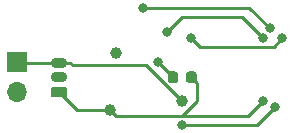
<source format=gbl>
G04 #@! TF.GenerationSoftware,KiCad,Pcbnew,(5.1.0-0)*
G04 #@! TF.CreationDate,2019-07-20T15:32:48+01:00*
G04 #@! TF.ProjectId,Li-ionCharger,4c692d69-6f6e-4436-9861-726765722e6b,rev?*
G04 #@! TF.SameCoordinates,Original*
G04 #@! TF.FileFunction,Copper,L2,Bot*
G04 #@! TF.FilePolarity,Positive*
%FSLAX46Y46*%
G04 Gerber Fmt 4.6, Leading zero omitted, Abs format (unit mm)*
G04 Created by KiCad (PCBNEW (5.1.0-0)) date 2019-07-20 15:32:48*
%MOMM*%
%LPD*%
G04 APERTURE LIST*
%ADD10R,1.700000X1.700000*%
%ADD11O,1.700000X1.700000*%
%ADD12C,0.100000*%
%ADD13C,0.875000*%
%ADD14C,1.000000*%
%ADD15C,0.900000*%
%ADD16O,1.400000X0.900000*%
%ADD17C,0.800000*%
%ADD18C,0.250000*%
G04 APERTURE END LIST*
D10*
X114808000Y-71882000D03*
D11*
X114808000Y-74422000D03*
D12*
G36*
X128230691Y-72678053D02*
G01*
X128251926Y-72681203D01*
X128272750Y-72686419D01*
X128292962Y-72693651D01*
X128312368Y-72702830D01*
X128330781Y-72713866D01*
X128348024Y-72726654D01*
X128363930Y-72741070D01*
X128378346Y-72756976D01*
X128391134Y-72774219D01*
X128402170Y-72792632D01*
X128411349Y-72812038D01*
X128418581Y-72832250D01*
X128423797Y-72853074D01*
X128426947Y-72874309D01*
X128428000Y-72895750D01*
X128428000Y-73408250D01*
X128426947Y-73429691D01*
X128423797Y-73450926D01*
X128418581Y-73471750D01*
X128411349Y-73491962D01*
X128402170Y-73511368D01*
X128391134Y-73529781D01*
X128378346Y-73547024D01*
X128363930Y-73562930D01*
X128348024Y-73577346D01*
X128330781Y-73590134D01*
X128312368Y-73601170D01*
X128292962Y-73610349D01*
X128272750Y-73617581D01*
X128251926Y-73622797D01*
X128230691Y-73625947D01*
X128209250Y-73627000D01*
X127771750Y-73627000D01*
X127750309Y-73625947D01*
X127729074Y-73622797D01*
X127708250Y-73617581D01*
X127688038Y-73610349D01*
X127668632Y-73601170D01*
X127650219Y-73590134D01*
X127632976Y-73577346D01*
X127617070Y-73562930D01*
X127602654Y-73547024D01*
X127589866Y-73529781D01*
X127578830Y-73511368D01*
X127569651Y-73491962D01*
X127562419Y-73471750D01*
X127557203Y-73450926D01*
X127554053Y-73429691D01*
X127553000Y-73408250D01*
X127553000Y-72895750D01*
X127554053Y-72874309D01*
X127557203Y-72853074D01*
X127562419Y-72832250D01*
X127569651Y-72812038D01*
X127578830Y-72792632D01*
X127589866Y-72774219D01*
X127602654Y-72756976D01*
X127617070Y-72741070D01*
X127632976Y-72726654D01*
X127650219Y-72713866D01*
X127668632Y-72702830D01*
X127688038Y-72693651D01*
X127708250Y-72686419D01*
X127729074Y-72681203D01*
X127750309Y-72678053D01*
X127771750Y-72677000D01*
X128209250Y-72677000D01*
X128230691Y-72678053D01*
X128230691Y-72678053D01*
G37*
D13*
X127990500Y-73152000D03*
D12*
G36*
X129805691Y-72678053D02*
G01*
X129826926Y-72681203D01*
X129847750Y-72686419D01*
X129867962Y-72693651D01*
X129887368Y-72702830D01*
X129905781Y-72713866D01*
X129923024Y-72726654D01*
X129938930Y-72741070D01*
X129953346Y-72756976D01*
X129966134Y-72774219D01*
X129977170Y-72792632D01*
X129986349Y-72812038D01*
X129993581Y-72832250D01*
X129998797Y-72853074D01*
X130001947Y-72874309D01*
X130003000Y-72895750D01*
X130003000Y-73408250D01*
X130001947Y-73429691D01*
X129998797Y-73450926D01*
X129993581Y-73471750D01*
X129986349Y-73491962D01*
X129977170Y-73511368D01*
X129966134Y-73529781D01*
X129953346Y-73547024D01*
X129938930Y-73562930D01*
X129923024Y-73577346D01*
X129905781Y-73590134D01*
X129887368Y-73601170D01*
X129867962Y-73610349D01*
X129847750Y-73617581D01*
X129826926Y-73622797D01*
X129805691Y-73625947D01*
X129784250Y-73627000D01*
X129346750Y-73627000D01*
X129325309Y-73625947D01*
X129304074Y-73622797D01*
X129283250Y-73617581D01*
X129263038Y-73610349D01*
X129243632Y-73601170D01*
X129225219Y-73590134D01*
X129207976Y-73577346D01*
X129192070Y-73562930D01*
X129177654Y-73547024D01*
X129164866Y-73529781D01*
X129153830Y-73511368D01*
X129144651Y-73491962D01*
X129137419Y-73471750D01*
X129132203Y-73450926D01*
X129129053Y-73429691D01*
X129128000Y-73408250D01*
X129128000Y-72895750D01*
X129129053Y-72874309D01*
X129132203Y-72853074D01*
X129137419Y-72832250D01*
X129144651Y-72812038D01*
X129153830Y-72792632D01*
X129164866Y-72774219D01*
X129177654Y-72756976D01*
X129192070Y-72741070D01*
X129207976Y-72726654D01*
X129225219Y-72713866D01*
X129243632Y-72702830D01*
X129263038Y-72693651D01*
X129283250Y-72686419D01*
X129304074Y-72681203D01*
X129325309Y-72678053D01*
X129346750Y-72677000D01*
X129784250Y-72677000D01*
X129805691Y-72678053D01*
X129805691Y-72678053D01*
G37*
D13*
X129565500Y-73152000D03*
D14*
X122682000Y-75946000D03*
X123190000Y-71120000D03*
X128778000Y-75184000D03*
D12*
G36*
X118861054Y-73973083D02*
G01*
X118882895Y-73976323D01*
X118904314Y-73981688D01*
X118925104Y-73989127D01*
X118945064Y-73998568D01*
X118964003Y-74009919D01*
X118981738Y-74023073D01*
X118998099Y-74037901D01*
X119012927Y-74054262D01*
X119026081Y-74071997D01*
X119037432Y-74090936D01*
X119046873Y-74110896D01*
X119054312Y-74131686D01*
X119059677Y-74153105D01*
X119062917Y-74174946D01*
X119064000Y-74197000D01*
X119064000Y-74647000D01*
X119062917Y-74669054D01*
X119059677Y-74690895D01*
X119054312Y-74712314D01*
X119046873Y-74733104D01*
X119037432Y-74753064D01*
X119026081Y-74772003D01*
X119012927Y-74789738D01*
X118998099Y-74806099D01*
X118981738Y-74820927D01*
X118964003Y-74834081D01*
X118945064Y-74845432D01*
X118925104Y-74854873D01*
X118904314Y-74862312D01*
X118882895Y-74867677D01*
X118861054Y-74870917D01*
X118839000Y-74872000D01*
X117889000Y-74872000D01*
X117866946Y-74870917D01*
X117845105Y-74867677D01*
X117823686Y-74862312D01*
X117802896Y-74854873D01*
X117782936Y-74845432D01*
X117763997Y-74834081D01*
X117746262Y-74820927D01*
X117729901Y-74806099D01*
X117715073Y-74789738D01*
X117701919Y-74772003D01*
X117690568Y-74753064D01*
X117681127Y-74733104D01*
X117673688Y-74712314D01*
X117668323Y-74690895D01*
X117665083Y-74669054D01*
X117664000Y-74647000D01*
X117664000Y-74197000D01*
X117665083Y-74174946D01*
X117668323Y-74153105D01*
X117673688Y-74131686D01*
X117681127Y-74110896D01*
X117690568Y-74090936D01*
X117701919Y-74071997D01*
X117715073Y-74054262D01*
X117729901Y-74037901D01*
X117746262Y-74023073D01*
X117763997Y-74009919D01*
X117782936Y-73998568D01*
X117802896Y-73989127D01*
X117823686Y-73981688D01*
X117845105Y-73976323D01*
X117866946Y-73973083D01*
X117889000Y-73972000D01*
X118839000Y-73972000D01*
X118861054Y-73973083D01*
X118861054Y-73973083D01*
G37*
D15*
X118364000Y-74422000D03*
D16*
X118364000Y-73172000D03*
X118364000Y-71922000D03*
D17*
X136190701Y-69017949D03*
X125476000Y-67310000D03*
X135636000Y-75184000D03*
X136652000Y-75692000D03*
X128778000Y-77216000D03*
X126750653Y-71886653D03*
X137277000Y-69850000D03*
X129540000Y-69850000D03*
X135636000Y-69850000D03*
X127508000Y-69342000D03*
D18*
X134482752Y-67310000D02*
X126041685Y-67310000D01*
X136190701Y-69017949D02*
X134482752Y-67310000D01*
X126041685Y-67310000D02*
X125476000Y-67310000D01*
X119888000Y-75946000D02*
X118364000Y-74422000D01*
X122682000Y-75946000D02*
X119888000Y-75946000D01*
X130027112Y-75155890D02*
X130027112Y-73613612D01*
X128737003Y-76445999D02*
X130027112Y-75155890D01*
X130027112Y-73613612D02*
X129565500Y-73152000D01*
X123181999Y-76445999D02*
X128737003Y-76445999D01*
X122682000Y-75946000D02*
X123181999Y-76445999D01*
X134374001Y-76445999D02*
X128737003Y-76445999D01*
X135636000Y-75184000D02*
X134374001Y-76445999D01*
X119314000Y-71922000D02*
X118364000Y-71922000D01*
X119528000Y-72136000D02*
X119314000Y-71922000D01*
X125730000Y-72136000D02*
X119528000Y-72136000D01*
X128778000Y-75184000D02*
X125730000Y-72136000D01*
X114848000Y-71922000D02*
X114808000Y-71882000D01*
X118364000Y-71922000D02*
X114848000Y-71922000D01*
X129343685Y-77216000D02*
X128778000Y-77216000D01*
X135128000Y-77216000D02*
X129343685Y-77216000D01*
X136652000Y-75692000D02*
X135128000Y-77216000D01*
X127990500Y-73126500D02*
X126750653Y-71886653D01*
X127990500Y-73152000D02*
X127990500Y-73126500D01*
X130265001Y-70575001D02*
X129540000Y-69850000D01*
X136551999Y-70575001D02*
X130265001Y-70575001D01*
X137277000Y-69850000D02*
X136551999Y-70575001D01*
X133858000Y-68072000D02*
X128778000Y-68072000D01*
X128778000Y-68072000D02*
X127508000Y-69342000D01*
X135636000Y-69850000D02*
X133858000Y-68072000D01*
M02*

</source>
